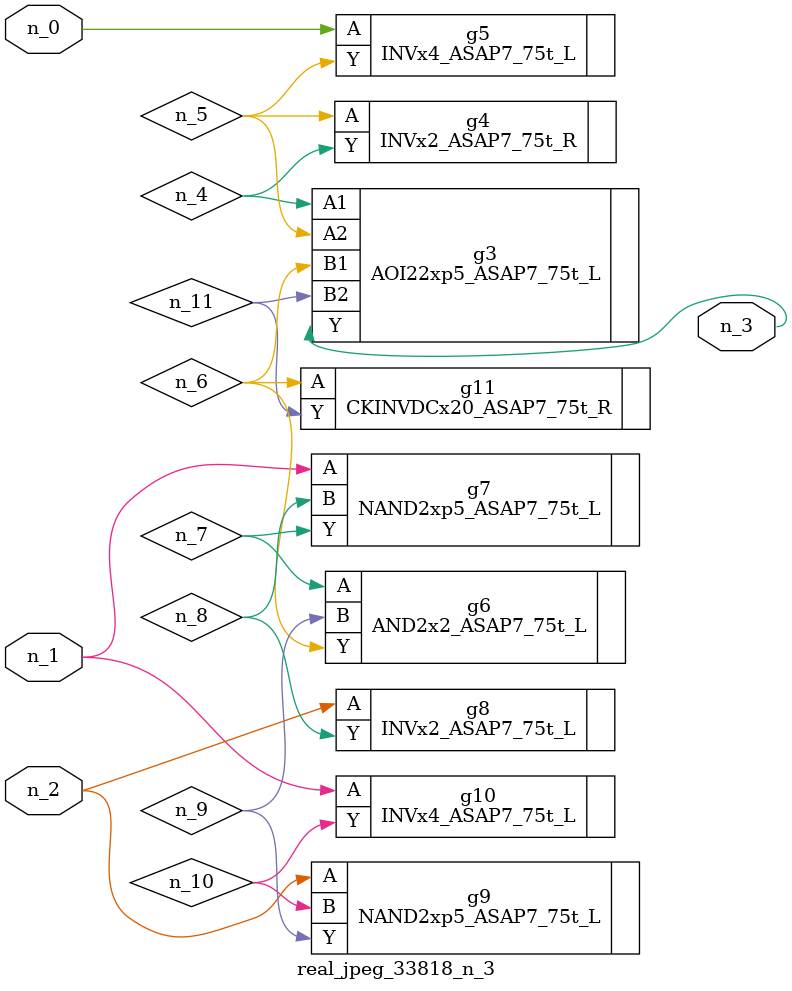
<source format=v>
module real_jpeg_33818_n_3 (n_1, n_0, n_2, n_3);

input n_1;
input n_0;
input n_2;

output n_3;

wire n_5;
wire n_8;
wire n_4;
wire n_11;
wire n_6;
wire n_7;
wire n_10;
wire n_9;

INVx4_ASAP7_75t_L g5 ( 
.A(n_0),
.Y(n_5)
);

NAND2xp5_ASAP7_75t_L g7 ( 
.A(n_1),
.B(n_8),
.Y(n_7)
);

INVx4_ASAP7_75t_L g10 ( 
.A(n_1),
.Y(n_10)
);

INVx2_ASAP7_75t_L g8 ( 
.A(n_2),
.Y(n_8)
);

NAND2xp5_ASAP7_75t_L g9 ( 
.A(n_2),
.B(n_10),
.Y(n_9)
);

AOI22xp5_ASAP7_75t_L g3 ( 
.A1(n_4),
.A2(n_5),
.B1(n_6),
.B2(n_11),
.Y(n_3)
);

INVx2_ASAP7_75t_R g4 ( 
.A(n_5),
.Y(n_4)
);

CKINVDCx20_ASAP7_75t_R g11 ( 
.A(n_6),
.Y(n_11)
);

AND2x2_ASAP7_75t_L g6 ( 
.A(n_7),
.B(n_9),
.Y(n_6)
);


endmodule
</source>
